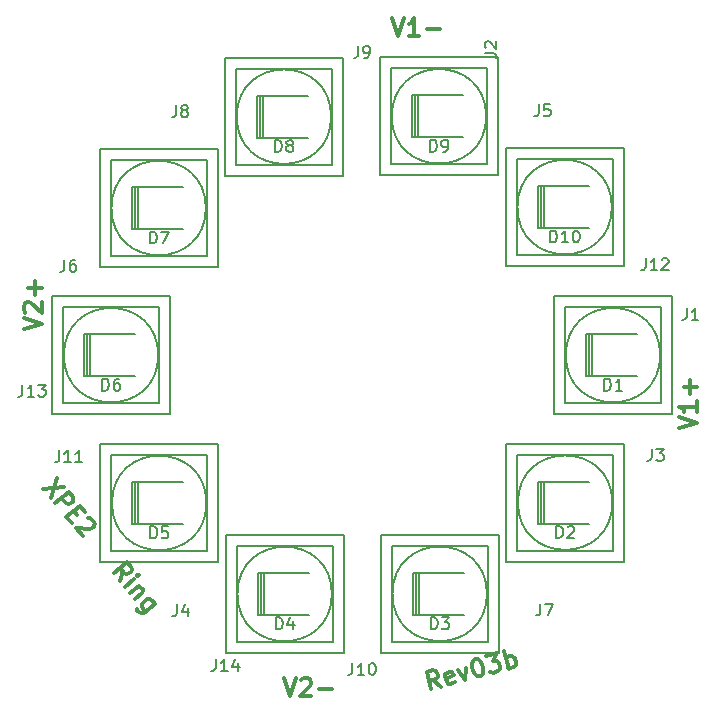
<source format=gbr>
G04 #@! TF.GenerationSoftware,KiCad,Pcbnew,(5.0.0)*
G04 #@! TF.CreationDate,2020-03-19T11:29:46-07:00*
G04 #@! TF.ProjectId,ring_illuminator,72696E675F696C6C756D696E61746F72,rev?*
G04 #@! TF.SameCoordinates,Original*
G04 #@! TF.FileFunction,Legend,Top*
G04 #@! TF.FilePolarity,Positive*
%FSLAX46Y46*%
G04 Gerber Fmt 4.6, Leading zero omitted, Abs format (unit mm)*
G04 Created by KiCad (PCBNEW (5.0.0)) date 03/19/20 11:29:46*
%MOMM*%
%LPD*%
G01*
G04 APERTURE LIST*
%ADD10C,0.300000*%
%ADD11C,0.150000*%
G04 APERTURE END LIST*
D10*
X2556142Y28507428D02*
X3056142Y27007428D01*
X3556142Y28507428D01*
X4841857Y27007428D02*
X3984714Y27007428D01*
X4413285Y27007428D02*
X4413285Y28507428D01*
X4270428Y28293142D01*
X4127571Y28150285D01*
X3984714Y28078857D01*
X5484714Y27578857D02*
X6627571Y27578857D01*
X26864571Y-6206857D02*
X28364571Y-5706857D01*
X26864571Y-5206857D01*
X28364571Y-3921142D02*
X28364571Y-4778285D01*
X28364571Y-4349714D02*
X26864571Y-4349714D01*
X27078857Y-4492571D01*
X27221714Y-4635428D01*
X27293142Y-4778285D01*
X27793142Y-3278285D02*
X27793142Y-2135428D01*
X28364571Y-2706857D02*
X27221714Y-2706857D01*
X-6587857Y-27372571D02*
X-6087857Y-28872571D01*
X-5587857Y-27372571D01*
X-5159285Y-27515428D02*
X-5087857Y-27444000D01*
X-4945000Y-27372571D01*
X-4587857Y-27372571D01*
X-4445000Y-27444000D01*
X-4373571Y-27515428D01*
X-4302142Y-27658285D01*
X-4302142Y-27801142D01*
X-4373571Y-28015428D01*
X-5230714Y-28872571D01*
X-4302142Y-28872571D01*
X-3659285Y-28301142D02*
X-2516428Y-28301142D01*
X-28634428Y2175142D02*
X-27134428Y2675142D01*
X-28634428Y3175142D01*
X-28491571Y3603714D02*
X-28563000Y3675142D01*
X-28634428Y3818000D01*
X-28634428Y4175142D01*
X-28563000Y4318000D01*
X-28491571Y4389428D01*
X-28348714Y4460857D01*
X-28205857Y4460857D01*
X-27991571Y4389428D01*
X-27134428Y3532285D01*
X-27134428Y4460857D01*
X-27705857Y5103714D02*
X-27705857Y6246571D01*
X-27134428Y5675142D02*
X-28277285Y5675142D01*
X6686839Y-28064932D02*
X6019005Y-27504395D01*
X5858902Y-28286777D02*
X5470674Y-26837888D01*
X6022631Y-26689992D01*
X6179108Y-26722012D01*
X6266590Y-26772520D01*
X6372558Y-26892022D01*
X6428020Y-27099006D01*
X6395999Y-27255483D01*
X6345491Y-27342965D01*
X6225989Y-27448933D01*
X5674031Y-27596830D01*
X7841261Y-27681657D02*
X7721759Y-27787626D01*
X7445780Y-27861574D01*
X7289304Y-27829554D01*
X7183335Y-27710051D01*
X7035438Y-27158094D01*
X7067459Y-27001617D01*
X7186961Y-26895649D01*
X7462940Y-26821700D01*
X7619417Y-26853721D01*
X7725385Y-26973223D01*
X7762360Y-27111212D01*
X7109387Y-27434073D01*
X8152887Y-26636829D02*
X8756680Y-27510320D01*
X8842834Y-26451959D01*
X9541361Y-25747151D02*
X9679350Y-25710177D01*
X9835827Y-25742197D01*
X9923309Y-25792705D01*
X10029278Y-25912207D01*
X10172221Y-26169699D01*
X10264656Y-26514673D01*
X10269610Y-26809138D01*
X10237589Y-26965615D01*
X10187081Y-27053097D01*
X10067579Y-27159065D01*
X9929590Y-27196040D01*
X9773113Y-27164019D01*
X9685631Y-27113511D01*
X9579663Y-26994009D01*
X9436720Y-26736517D01*
X9344284Y-26391544D01*
X9339331Y-26097078D01*
X9371351Y-25940602D01*
X9421859Y-25853120D01*
X9541361Y-25747151D01*
X10507287Y-25488332D02*
X11404218Y-25248000D01*
X11069152Y-25929367D01*
X11276136Y-25873906D01*
X11432612Y-25905926D01*
X11520094Y-25956434D01*
X11626063Y-26075936D01*
X11718498Y-26420910D01*
X11686478Y-26577386D01*
X11635970Y-26664868D01*
X11516468Y-26770837D01*
X11102500Y-26881759D01*
X10946023Y-26849739D01*
X10858541Y-26799231D01*
X12413399Y-26530505D02*
X12025170Y-25081616D01*
X12173067Y-25633574D02*
X12292569Y-25527605D01*
X12568548Y-25453657D01*
X12725025Y-25485677D01*
X12812506Y-25536185D01*
X12918475Y-25655687D01*
X13029398Y-26069655D01*
X12997377Y-26226132D01*
X12946869Y-26313614D01*
X12827367Y-26419583D01*
X12551388Y-26493531D01*
X12394912Y-26461510D01*
X-25853478Y-10375478D02*
X-26359758Y-12105704D01*
X-25210691Y-11141522D02*
X-27002545Y-11339659D01*
X-25992450Y-12543443D02*
X-24843384Y-11579262D01*
X-24476076Y-12017002D01*
X-24438967Y-12172350D01*
X-24447771Y-12272981D01*
X-24511293Y-12419525D01*
X-24675445Y-12557265D01*
X-24830793Y-12594375D01*
X-24931424Y-12585571D01*
X-25077969Y-12522049D01*
X-25445276Y-12084309D01*
X-24426377Y-13187463D02*
X-24104983Y-13570485D01*
X-24569135Y-14239685D02*
X-25028269Y-13692510D01*
X-23879202Y-12728329D01*
X-23420068Y-13275503D01*
X-23162196Y-13805070D02*
X-23061565Y-13813874D01*
X-22915021Y-13877395D01*
X-22685454Y-14150983D01*
X-22648344Y-14306331D01*
X-22657149Y-14406962D01*
X-22720670Y-14553506D01*
X-22830105Y-14645333D01*
X-23040171Y-14728356D01*
X-24247741Y-14622707D01*
X-23650867Y-15334034D01*
X-20482842Y-19109539D02*
X-20257061Y-18267382D01*
X-21033803Y-18452929D02*
X-19884736Y-17488748D01*
X-19517429Y-17926487D01*
X-19480320Y-18081836D01*
X-19489124Y-18182467D01*
X-19552645Y-18329011D01*
X-19716798Y-18466751D01*
X-19872146Y-18503860D01*
X-19972777Y-18495056D01*
X-20119321Y-18431535D01*
X-20486628Y-17993795D01*
X-20069622Y-19601996D02*
X-19303577Y-18959208D01*
X-18920555Y-18637814D02*
X-19021186Y-18629010D01*
X-19029990Y-18729641D01*
X-18929359Y-18738445D01*
X-18920555Y-18637814D01*
X-19029990Y-18729641D01*
X-18844443Y-19506383D02*
X-19610488Y-20149170D01*
X-18953878Y-19598210D02*
X-18853247Y-19607014D01*
X-18706703Y-19670535D01*
X-18568963Y-19834688D01*
X-18531853Y-19990036D01*
X-18595375Y-20136580D01*
X-19197267Y-20641628D01*
X-17558868Y-21038472D02*
X-18489065Y-21819000D01*
X-18644413Y-21856109D01*
X-18745044Y-21847305D01*
X-18891588Y-21783783D01*
X-19029328Y-21619631D01*
X-19066438Y-21464283D01*
X-18270195Y-21635346D02*
X-18416739Y-21571824D01*
X-18600393Y-21352955D01*
X-18637502Y-21197606D01*
X-18628698Y-21096975D01*
X-18565177Y-20950431D01*
X-18236872Y-20674951D01*
X-18081523Y-20637841D01*
X-17980893Y-20646645D01*
X-17834348Y-20710167D01*
X-17650695Y-20929037D01*
X-17613585Y-21084385D01*
D11*
G04 #@! TO.C,D4*
X-1547000Y-15216000D02*
X-1547000Y-25216000D01*
X-11547000Y-25216000D02*
X-11547000Y-15216000D01*
X-11547000Y-25216000D02*
X-1547000Y-25216000D01*
X-11547000Y-15216000D02*
X-1547000Y-15216000D01*
X-10611000Y-24280000D02*
X-10611000Y-16152000D01*
X-2483000Y-24280000D02*
X-10611000Y-24280000D01*
X-2483000Y-16152000D02*
X-2483000Y-24280000D01*
X-10611000Y-16152000D02*
X-2483000Y-16152000D01*
X-2547000Y-20216000D02*
G75*
G03X-2547000Y-20216000I-4000000J0D01*
G01*
X-8579000Y-21994000D02*
X-8579000Y-18438000D01*
X-8833000Y-21994000D02*
X-8325000Y-21994000D01*
X-8833000Y-18438000D02*
X-8833000Y-21994000D01*
X-8325000Y-18438000D02*
X-8833000Y-18438000D01*
X-8325000Y-18438000D02*
X-8325000Y-21994000D01*
X-4515000Y-21994000D02*
X-8325000Y-21994000D01*
X-8325000Y-18438000D02*
X-4515000Y-18438000D01*
G04 #@! TO.C,D9*
X11515000Y25227000D02*
X11515000Y15227000D01*
X1515000Y15227000D02*
X1515000Y25227000D01*
X1515000Y15227000D02*
X11515000Y15227000D01*
X1515000Y25227000D02*
X11515000Y25227000D01*
X2451000Y16163000D02*
X2451000Y24291000D01*
X10579000Y16163000D02*
X2451000Y16163000D01*
X10579000Y24291000D02*
X10579000Y16163000D01*
X2451000Y24291000D02*
X10579000Y24291000D01*
X10515000Y20227000D02*
G75*
G03X10515000Y20227000I-4000000J0D01*
G01*
X4483000Y18449000D02*
X4483000Y22005000D01*
X4229000Y18449000D02*
X4737000Y18449000D01*
X4229000Y22005000D02*
X4229000Y18449000D01*
X4737000Y22005000D02*
X4229000Y22005000D01*
X4737000Y22005000D02*
X4737000Y18449000D01*
X8547000Y18449000D02*
X4737000Y18449000D01*
X4737000Y22005000D02*
X8547000Y22005000D01*
G04 #@! TO.C,D8*
X-1612000Y25195000D02*
X-1612000Y15195000D01*
X-11612000Y15195000D02*
X-11612000Y25195000D01*
X-11612000Y15195000D02*
X-1612000Y15195000D01*
X-11612000Y25195000D02*
X-1612000Y25195000D01*
X-10676000Y16131000D02*
X-10676000Y24259000D01*
X-2548000Y16131000D02*
X-10676000Y16131000D01*
X-2548000Y24259000D02*
X-2548000Y16131000D01*
X-10676000Y24259000D02*
X-2548000Y24259000D01*
X-2612000Y20195000D02*
G75*
G03X-2612000Y20195000I-4000000J0D01*
G01*
X-8644000Y18417000D02*
X-8644000Y21973000D01*
X-8898000Y18417000D02*
X-8390000Y18417000D01*
X-8898000Y21973000D02*
X-8898000Y18417000D01*
X-8390000Y21973000D02*
X-8898000Y21973000D01*
X-8390000Y21973000D02*
X-8390000Y18417000D01*
X-4580000Y18417000D02*
X-8390000Y18417000D01*
X-8390000Y21973000D02*
X-4580000Y21973000D01*
G04 #@! TO.C,D3*
X11579000Y-15206000D02*
X11579000Y-25206000D01*
X1579000Y-25206000D02*
X1579000Y-15206000D01*
X1579000Y-25206000D02*
X11579000Y-25206000D01*
X1579000Y-15206000D02*
X11579000Y-15206000D01*
X2515000Y-24270000D02*
X2515000Y-16142000D01*
X10643000Y-24270000D02*
X2515000Y-24270000D01*
X10643000Y-16142000D02*
X10643000Y-24270000D01*
X2515000Y-16142000D02*
X10643000Y-16142000D01*
X10579000Y-20206000D02*
G75*
G03X10579000Y-20206000I-4000000J0D01*
G01*
X4547000Y-21984000D02*
X4547000Y-18428000D01*
X4293000Y-21984000D02*
X4801000Y-21984000D01*
X4293000Y-18428000D02*
X4293000Y-21984000D01*
X4801000Y-18428000D02*
X4293000Y-18428000D01*
X4801000Y-18428000D02*
X4801000Y-21984000D01*
X8611000Y-21984000D02*
X4801000Y-21984000D01*
X4801000Y-18428000D02*
X8611000Y-18428000D01*
G04 #@! TO.C,D2*
X22196000Y-7485000D02*
X22196000Y-17485000D01*
X12196000Y-17485000D02*
X12196000Y-7485000D01*
X12196000Y-17485000D02*
X22196000Y-17485000D01*
X12196000Y-7485000D02*
X22196000Y-7485000D01*
X13132000Y-16549000D02*
X13132000Y-8421000D01*
X21260000Y-16549000D02*
X13132000Y-16549000D01*
X21260000Y-8421000D02*
X21260000Y-16549000D01*
X13132000Y-8421000D02*
X21260000Y-8421000D01*
X21196000Y-12485000D02*
G75*
G03X21196000Y-12485000I-4000000J0D01*
G01*
X15164000Y-14263000D02*
X15164000Y-10707000D01*
X14910000Y-14263000D02*
X15418000Y-14263000D01*
X14910000Y-10707000D02*
X14910000Y-14263000D01*
X15418000Y-10707000D02*
X14910000Y-10707000D01*
X15418000Y-10707000D02*
X15418000Y-14263000D01*
X19228000Y-14263000D02*
X15418000Y-14263000D01*
X15418000Y-10707000D02*
X19228000Y-10707000D01*
G04 #@! TO.C,D1*
X26250000Y5000000D02*
X26250000Y-5000000D01*
X16250000Y-5000000D02*
X16250000Y5000000D01*
X16250000Y-5000000D02*
X26250000Y-5000000D01*
X16250000Y5000000D02*
X26250000Y5000000D01*
X17186000Y-4064000D02*
X17186000Y4064000D01*
X25314000Y-4064000D02*
X17186000Y-4064000D01*
X25314000Y4064000D02*
X25314000Y-4064000D01*
X17186000Y4064000D02*
X25314000Y4064000D01*
X25250000Y0D02*
G75*
G03X25250000Y0I-4000000J0D01*
G01*
X19218000Y-1778000D02*
X19218000Y1778000D01*
X18964000Y-1778000D02*
X19472000Y-1778000D01*
X18964000Y1778000D02*
X18964000Y-1778000D01*
X19472000Y1778000D02*
X18964000Y1778000D01*
X19472000Y1778000D02*
X19472000Y-1778000D01*
X23282000Y-1778000D02*
X19472000Y-1778000D01*
X19472000Y1778000D02*
X23282000Y1778000D01*
G04 #@! TO.C,D5*
X-12176000Y-7512000D02*
X-12176000Y-17512000D01*
X-22176000Y-17512000D02*
X-22176000Y-7512000D01*
X-22176000Y-17512000D02*
X-12176000Y-17512000D01*
X-22176000Y-7512000D02*
X-12176000Y-7512000D01*
X-21240000Y-16576000D02*
X-21240000Y-8448000D01*
X-13112000Y-16576000D02*
X-21240000Y-16576000D01*
X-13112000Y-8448000D02*
X-13112000Y-16576000D01*
X-21240000Y-8448000D02*
X-13112000Y-8448000D01*
X-13176000Y-12512000D02*
G75*
G03X-13176000Y-12512000I-4000000J0D01*
G01*
X-19208000Y-14290000D02*
X-19208000Y-10734000D01*
X-19462000Y-14290000D02*
X-18954000Y-14290000D01*
X-19462000Y-10734000D02*
X-19462000Y-14290000D01*
X-18954000Y-10734000D02*
X-19462000Y-10734000D01*
X-18954000Y-10734000D02*
X-18954000Y-14290000D01*
X-15144000Y-14290000D02*
X-18954000Y-14290000D01*
X-18954000Y-10734000D02*
X-15144000Y-10734000D01*
G04 #@! TO.C,D6*
X-16250000Y5000000D02*
X-16250000Y-5000000D01*
X-26250000Y-5000000D02*
X-26250000Y5000000D01*
X-26250000Y-5000000D02*
X-16250000Y-5000000D01*
X-26250000Y5000000D02*
X-16250000Y5000000D01*
X-25314000Y-4064000D02*
X-25314000Y4064000D01*
X-17186000Y-4064000D02*
X-25314000Y-4064000D01*
X-17186000Y4064000D02*
X-17186000Y-4064000D01*
X-25314000Y4064000D02*
X-17186000Y4064000D01*
X-17250000Y0D02*
G75*
G03X-17250000Y0I-4000000J0D01*
G01*
X-23282000Y-1778000D02*
X-23282000Y1778000D01*
X-23536000Y-1778000D02*
X-23028000Y-1778000D01*
X-23536000Y1778000D02*
X-23536000Y-1778000D01*
X-23028000Y1778000D02*
X-23536000Y1778000D01*
X-23028000Y1778000D02*
X-23028000Y-1778000D01*
X-19218000Y-1778000D02*
X-23028000Y-1778000D01*
X-23028000Y1778000D02*
X-19218000Y1778000D01*
G04 #@! TO.C,D7*
X-12216000Y17458000D02*
X-12216000Y7458000D01*
X-22216000Y7458000D02*
X-22216000Y17458000D01*
X-22216000Y7458000D02*
X-12216000Y7458000D01*
X-22216000Y17458000D02*
X-12216000Y17458000D01*
X-21280000Y8394000D02*
X-21280000Y16522000D01*
X-13152000Y8394000D02*
X-21280000Y8394000D01*
X-13152000Y16522000D02*
X-13152000Y8394000D01*
X-21280000Y16522000D02*
X-13152000Y16522000D01*
X-13216000Y12458000D02*
G75*
G03X-13216000Y12458000I-4000000J0D01*
G01*
X-19248000Y10680000D02*
X-19248000Y14236000D01*
X-19502000Y10680000D02*
X-18994000Y10680000D01*
X-19502000Y14236000D02*
X-19502000Y10680000D01*
X-18994000Y14236000D02*
X-19502000Y14236000D01*
X-18994000Y14236000D02*
X-18994000Y10680000D01*
X-15184000Y10680000D02*
X-18994000Y10680000D01*
X-18994000Y14236000D02*
X-15184000Y14236000D01*
G04 #@! TO.C,D10*
X22156000Y17540000D02*
X22156000Y7540000D01*
X12156000Y7540000D02*
X12156000Y17540000D01*
X12156000Y7540000D02*
X22156000Y7540000D01*
X12156000Y17540000D02*
X22156000Y17540000D01*
X13092000Y8476000D02*
X13092000Y16604000D01*
X21220000Y8476000D02*
X13092000Y8476000D01*
X21220000Y16604000D02*
X21220000Y8476000D01*
X13092000Y16604000D02*
X21220000Y16604000D01*
X21156000Y12540000D02*
G75*
G03X21156000Y12540000I-4000000J0D01*
G01*
X15124000Y10762000D02*
X15124000Y14318000D01*
X14870000Y10762000D02*
X15378000Y10762000D01*
X14870000Y14318000D02*
X14870000Y10762000D01*
X15378000Y14318000D02*
X14870000Y14318000D01*
X15378000Y14318000D02*
X15378000Y10762000D01*
X19188000Y10762000D02*
X15378000Y10762000D01*
X15378000Y14318000D02*
X19188000Y14318000D01*
G04 #@! TO.C,J14*
X-12366523Y-25741380D02*
X-12366523Y-26455666D01*
X-12414142Y-26598523D01*
X-12509380Y-26693761D01*
X-12652238Y-26741380D01*
X-12747476Y-26741380D01*
X-11366523Y-26741380D02*
X-11937952Y-26741380D01*
X-11652238Y-26741380D02*
X-11652238Y-25741380D01*
X-11747476Y-25884238D01*
X-11842714Y-25979476D01*
X-11937952Y-26027095D01*
X-10509380Y-26074714D02*
X-10509380Y-26741380D01*
X-10747476Y-25693761D02*
X-10985571Y-26408047D01*
X-10366523Y-26408047D01*
G04 #@! TO.C,J13*
X-28749523Y-2500380D02*
X-28749523Y-3214666D01*
X-28797142Y-3357523D01*
X-28892380Y-3452761D01*
X-29035238Y-3500380D01*
X-29130476Y-3500380D01*
X-27749523Y-3500380D02*
X-28320952Y-3500380D01*
X-28035238Y-3500380D02*
X-28035238Y-2500380D01*
X-28130476Y-2643238D01*
X-28225714Y-2738476D01*
X-28320952Y-2786095D01*
X-27416190Y-2500380D02*
X-26797142Y-2500380D01*
X-27130476Y-2881333D01*
X-26987619Y-2881333D01*
X-26892380Y-2928952D01*
X-26844761Y-2976571D01*
X-26797142Y-3071809D01*
X-26797142Y-3309904D01*
X-26844761Y-3405142D01*
X-26892380Y-3452761D01*
X-26987619Y-3500380D01*
X-27273333Y-3500380D01*
X-27368571Y-3452761D01*
X-27416190Y-3405142D01*
G04 #@! TO.C,J1*
X27479666Y3976619D02*
X27479666Y3262333D01*
X27432047Y3119476D01*
X27336809Y3024238D01*
X27193952Y2976619D01*
X27098714Y2976619D01*
X28479666Y2976619D02*
X27908238Y2976619D01*
X28193952Y2976619D02*
X28193952Y3976619D01*
X28098714Y3833761D01*
X28003476Y3738523D01*
X27908238Y3690904D01*
G04 #@! TO.C,J2*
X10374380Y25574666D02*
X11088666Y25574666D01*
X11231523Y25527047D01*
X11326761Y25431809D01*
X11374380Y25288952D01*
X11374380Y25193714D01*
X10469619Y26003238D02*
X10422000Y26050857D01*
X10374380Y26146095D01*
X10374380Y26384190D01*
X10422000Y26479428D01*
X10469619Y26527047D01*
X10564857Y26574666D01*
X10660095Y26574666D01*
X10802952Y26527047D01*
X11374380Y25955619D01*
X11374380Y26574666D01*
G04 #@! TO.C,D4*
X-7285095Y-23208380D02*
X-7285095Y-22208380D01*
X-7047000Y-22208380D01*
X-6904142Y-22256000D01*
X-6808904Y-22351238D01*
X-6761285Y-22446476D01*
X-6713666Y-22636952D01*
X-6713666Y-22779809D01*
X-6761285Y-22970285D01*
X-6808904Y-23065523D01*
X-6904142Y-23160761D01*
X-7047000Y-23208380D01*
X-7285095Y-23208380D01*
X-5856523Y-22541714D02*
X-5856523Y-23208380D01*
X-6094619Y-22160761D02*
X-6332714Y-22875047D01*
X-5713666Y-22875047D01*
G04 #@! TO.C,D9*
X5776904Y17234619D02*
X5776904Y18234619D01*
X6015000Y18234619D01*
X6157857Y18187000D01*
X6253095Y18091761D01*
X6300714Y17996523D01*
X6348333Y17806047D01*
X6348333Y17663190D01*
X6300714Y17472714D01*
X6253095Y17377476D01*
X6157857Y17282238D01*
X6015000Y17234619D01*
X5776904Y17234619D01*
X6824523Y17234619D02*
X7015000Y17234619D01*
X7110238Y17282238D01*
X7157857Y17329857D01*
X7253095Y17472714D01*
X7300714Y17663190D01*
X7300714Y18044142D01*
X7253095Y18139380D01*
X7205476Y18187000D01*
X7110238Y18234619D01*
X6919761Y18234619D01*
X6824523Y18187000D01*
X6776904Y18139380D01*
X6729285Y18044142D01*
X6729285Y17806047D01*
X6776904Y17710809D01*
X6824523Y17663190D01*
X6919761Y17615571D01*
X7110238Y17615571D01*
X7205476Y17663190D01*
X7253095Y17710809D01*
X7300714Y17806047D01*
G04 #@! TO.C,D8*
X-7350095Y17202619D02*
X-7350095Y18202619D01*
X-7112000Y18202619D01*
X-6969142Y18155000D01*
X-6873904Y18059761D01*
X-6826285Y17964523D01*
X-6778666Y17774047D01*
X-6778666Y17631190D01*
X-6826285Y17440714D01*
X-6873904Y17345476D01*
X-6969142Y17250238D01*
X-7112000Y17202619D01*
X-7350095Y17202619D01*
X-6207238Y17774047D02*
X-6302476Y17821666D01*
X-6350095Y17869285D01*
X-6397714Y17964523D01*
X-6397714Y18012142D01*
X-6350095Y18107380D01*
X-6302476Y18155000D01*
X-6207238Y18202619D01*
X-6016761Y18202619D01*
X-5921523Y18155000D01*
X-5873904Y18107380D01*
X-5826285Y18012142D01*
X-5826285Y17964523D01*
X-5873904Y17869285D01*
X-5921523Y17821666D01*
X-6016761Y17774047D01*
X-6207238Y17774047D01*
X-6302476Y17726428D01*
X-6350095Y17678809D01*
X-6397714Y17583571D01*
X-6397714Y17393095D01*
X-6350095Y17297857D01*
X-6302476Y17250238D01*
X-6207238Y17202619D01*
X-6016761Y17202619D01*
X-5921523Y17250238D01*
X-5873904Y17297857D01*
X-5826285Y17393095D01*
X-5826285Y17583571D01*
X-5873904Y17678809D01*
X-5921523Y17726428D01*
X-6016761Y17774047D01*
G04 #@! TO.C,D3*
X5840904Y-23198380D02*
X5840904Y-22198380D01*
X6079000Y-22198380D01*
X6221857Y-22246000D01*
X6317095Y-22341238D01*
X6364714Y-22436476D01*
X6412333Y-22626952D01*
X6412333Y-22769809D01*
X6364714Y-22960285D01*
X6317095Y-23055523D01*
X6221857Y-23150761D01*
X6079000Y-23198380D01*
X5840904Y-23198380D01*
X6745666Y-22198380D02*
X7364714Y-22198380D01*
X7031380Y-22579333D01*
X7174238Y-22579333D01*
X7269476Y-22626952D01*
X7317095Y-22674571D01*
X7364714Y-22769809D01*
X7364714Y-23007904D01*
X7317095Y-23103142D01*
X7269476Y-23150761D01*
X7174238Y-23198380D01*
X6888523Y-23198380D01*
X6793285Y-23150761D01*
X6745666Y-23103142D01*
G04 #@! TO.C,D2*
X16457904Y-15477380D02*
X16457904Y-14477380D01*
X16696000Y-14477380D01*
X16838857Y-14525000D01*
X16934095Y-14620238D01*
X16981714Y-14715476D01*
X17029333Y-14905952D01*
X17029333Y-15048809D01*
X16981714Y-15239285D01*
X16934095Y-15334523D01*
X16838857Y-15429761D01*
X16696000Y-15477380D01*
X16457904Y-15477380D01*
X17410285Y-14572619D02*
X17457904Y-14525000D01*
X17553142Y-14477380D01*
X17791238Y-14477380D01*
X17886476Y-14525000D01*
X17934095Y-14572619D01*
X17981714Y-14667857D01*
X17981714Y-14763095D01*
X17934095Y-14905952D01*
X17362666Y-15477380D01*
X17981714Y-15477380D01*
G04 #@! TO.C,D1*
X20511904Y-2992380D02*
X20511904Y-1992380D01*
X20750000Y-1992380D01*
X20892857Y-2040000D01*
X20988095Y-2135238D01*
X21035714Y-2230476D01*
X21083333Y-2420952D01*
X21083333Y-2563809D01*
X21035714Y-2754285D01*
X20988095Y-2849523D01*
X20892857Y-2944761D01*
X20750000Y-2992380D01*
X20511904Y-2992380D01*
X22035714Y-2992380D02*
X21464285Y-2992380D01*
X21750000Y-2992380D02*
X21750000Y-1992380D01*
X21654761Y-2135238D01*
X21559523Y-2230476D01*
X21464285Y-2278095D01*
G04 #@! TO.C,D5*
X-17914095Y-15504380D02*
X-17914095Y-14504380D01*
X-17676000Y-14504380D01*
X-17533142Y-14552000D01*
X-17437904Y-14647238D01*
X-17390285Y-14742476D01*
X-17342666Y-14932952D01*
X-17342666Y-15075809D01*
X-17390285Y-15266285D01*
X-17437904Y-15361523D01*
X-17533142Y-15456761D01*
X-17676000Y-15504380D01*
X-17914095Y-15504380D01*
X-16437904Y-14504380D02*
X-16914095Y-14504380D01*
X-16961714Y-14980571D01*
X-16914095Y-14932952D01*
X-16818857Y-14885333D01*
X-16580761Y-14885333D01*
X-16485523Y-14932952D01*
X-16437904Y-14980571D01*
X-16390285Y-15075809D01*
X-16390285Y-15313904D01*
X-16437904Y-15409142D01*
X-16485523Y-15456761D01*
X-16580761Y-15504380D01*
X-16818857Y-15504380D01*
X-16914095Y-15456761D01*
X-16961714Y-15409142D01*
G04 #@! TO.C,D6*
X-21988095Y-2992380D02*
X-21988095Y-1992380D01*
X-21750000Y-1992380D01*
X-21607142Y-2040000D01*
X-21511904Y-2135238D01*
X-21464285Y-2230476D01*
X-21416666Y-2420952D01*
X-21416666Y-2563809D01*
X-21464285Y-2754285D01*
X-21511904Y-2849523D01*
X-21607142Y-2944761D01*
X-21750000Y-2992380D01*
X-21988095Y-2992380D01*
X-20559523Y-1992380D02*
X-20750000Y-1992380D01*
X-20845238Y-2040000D01*
X-20892857Y-2087619D01*
X-20988095Y-2230476D01*
X-21035714Y-2420952D01*
X-21035714Y-2801904D01*
X-20988095Y-2897142D01*
X-20940476Y-2944761D01*
X-20845238Y-2992380D01*
X-20654761Y-2992380D01*
X-20559523Y-2944761D01*
X-20511904Y-2897142D01*
X-20464285Y-2801904D01*
X-20464285Y-2563809D01*
X-20511904Y-2468571D01*
X-20559523Y-2420952D01*
X-20654761Y-2373333D01*
X-20845238Y-2373333D01*
X-20940476Y-2420952D01*
X-20988095Y-2468571D01*
X-21035714Y-2563809D01*
G04 #@! TO.C,D7*
X-17954095Y9465619D02*
X-17954095Y10465619D01*
X-17716000Y10465619D01*
X-17573142Y10418000D01*
X-17477904Y10322761D01*
X-17430285Y10227523D01*
X-17382666Y10037047D01*
X-17382666Y9894190D01*
X-17430285Y9703714D01*
X-17477904Y9608476D01*
X-17573142Y9513238D01*
X-17716000Y9465619D01*
X-17954095Y9465619D01*
X-17049333Y10465619D02*
X-16382666Y10465619D01*
X-16811238Y9465619D01*
G04 #@! TO.C,D10*
X15941714Y9547619D02*
X15941714Y10547619D01*
X16179809Y10547619D01*
X16322666Y10500000D01*
X16417904Y10404761D01*
X16465523Y10309523D01*
X16513142Y10119047D01*
X16513142Y9976190D01*
X16465523Y9785714D01*
X16417904Y9690476D01*
X16322666Y9595238D01*
X16179809Y9547619D01*
X15941714Y9547619D01*
X17465523Y9547619D02*
X16894095Y9547619D01*
X17179809Y9547619D02*
X17179809Y10547619D01*
X17084571Y10404761D01*
X16989333Y10309523D01*
X16894095Y10261904D01*
X18084571Y10547619D02*
X18179809Y10547619D01*
X18275047Y10500000D01*
X18322666Y10452380D01*
X18370285Y10357142D01*
X18417904Y10166666D01*
X18417904Y9928571D01*
X18370285Y9738095D01*
X18322666Y9642857D01*
X18275047Y9595238D01*
X18179809Y9547619D01*
X18084571Y9547619D01*
X17989333Y9595238D01*
X17941714Y9642857D01*
X17894095Y9738095D01*
X17846476Y9928571D01*
X17846476Y10166666D01*
X17894095Y10357142D01*
X17941714Y10452380D01*
X17989333Y10500000D01*
X18084571Y10547619D01*
G04 #@! TO.C,J11*
X-25644523Y-8061380D02*
X-25644523Y-8775666D01*
X-25692142Y-8918523D01*
X-25787380Y-9013761D01*
X-25930238Y-9061380D01*
X-26025476Y-9061380D01*
X-24644523Y-9061380D02*
X-25215952Y-9061380D01*
X-24930238Y-9061380D02*
X-24930238Y-8061380D01*
X-25025476Y-8204238D01*
X-25120714Y-8299476D01*
X-25215952Y-8347095D01*
X-23692142Y-9061380D02*
X-24263571Y-9061380D01*
X-23977857Y-9061380D02*
X-23977857Y-8061380D01*
X-24073095Y-8204238D01*
X-24168333Y-8299476D01*
X-24263571Y-8347095D01*
G04 #@! TO.C,J10*
X-809523Y-26077380D02*
X-809523Y-26791666D01*
X-857142Y-26934523D01*
X-952380Y-27029761D01*
X-1095238Y-27077380D01*
X-1190476Y-27077380D01*
X190476Y-27077380D02*
X-380952Y-27077380D01*
X-95238Y-27077380D02*
X-95238Y-26077380D01*
X-190476Y-26220238D01*
X-285714Y-26315476D01*
X-380952Y-26363095D01*
X809523Y-26077380D02*
X904761Y-26077380D01*
X999999Y-26125000D01*
X1047619Y-26172619D01*
X1095238Y-26267857D01*
X1142857Y-26458333D01*
X1142857Y-26696428D01*
X1095238Y-26886904D01*
X1047619Y-26982142D01*
X999999Y-27029761D01*
X904761Y-27077380D01*
X809523Y-27077380D01*
X714285Y-27029761D01*
X666666Y-26982142D01*
X619047Y-26886904D01*
X571428Y-26696428D01*
X571428Y-26458333D01*
X619047Y-26267857D01*
X666666Y-26172619D01*
X714285Y-26125000D01*
X809523Y-26077380D01*
G04 #@! TO.C,J9*
X-333333Y26172619D02*
X-333333Y25458333D01*
X-380952Y25315476D01*
X-476190Y25220238D01*
X-619047Y25172619D01*
X-714285Y25172619D01*
X190476Y25172619D02*
X380952Y25172619D01*
X476190Y25220238D01*
X523809Y25267857D01*
X619047Y25410714D01*
X666666Y25601190D01*
X666666Y25982142D01*
X619047Y26077380D01*
X571428Y26125000D01*
X476190Y26172619D01*
X285714Y26172619D01*
X190476Y26125000D01*
X142857Y26077380D01*
X95238Y25982142D01*
X95238Y25744047D01*
X142857Y25648809D01*
X190476Y25601190D01*
X285714Y25553571D01*
X476190Y25553571D01*
X571428Y25601190D01*
X619047Y25648809D01*
X666666Y25744047D01*
G04 #@! TO.C,J8*
X-15733333Y21151619D02*
X-15733333Y20437333D01*
X-15780952Y20294476D01*
X-15876190Y20199238D01*
X-16019047Y20151619D01*
X-16114285Y20151619D01*
X-15114285Y20723047D02*
X-15209523Y20770666D01*
X-15257142Y20818285D01*
X-15304761Y20913523D01*
X-15304761Y20961142D01*
X-15257142Y21056380D01*
X-15209523Y21104000D01*
X-15114285Y21151619D01*
X-14923809Y21151619D01*
X-14828571Y21104000D01*
X-14780952Y21056380D01*
X-14733333Y20961142D01*
X-14733333Y20913523D01*
X-14780952Y20818285D01*
X-14828571Y20770666D01*
X-14923809Y20723047D01*
X-15114285Y20723047D01*
X-15209523Y20675428D01*
X-15257142Y20627809D01*
X-15304761Y20532571D01*
X-15304761Y20342095D01*
X-15257142Y20246857D01*
X-15209523Y20199238D01*
X-15114285Y20151619D01*
X-14923809Y20151619D01*
X-14828571Y20199238D01*
X-14780952Y20246857D01*
X-14733333Y20342095D01*
X-14733333Y20532571D01*
X-14780952Y20627809D01*
X-14828571Y20675428D01*
X-14923809Y20723047D01*
G04 #@! TO.C,J7*
X15099666Y-21031380D02*
X15099666Y-21745666D01*
X15052047Y-21888523D01*
X14956809Y-21983761D01*
X14813952Y-22031380D01*
X14718714Y-22031380D01*
X15480619Y-21031380D02*
X16147285Y-21031380D01*
X15718714Y-22031380D01*
G04 #@! TO.C,J6*
X-25193833Y8077119D02*
X-25193833Y7362833D01*
X-25241452Y7219976D01*
X-25336690Y7124738D01*
X-25479547Y7077119D01*
X-25574785Y7077119D01*
X-24289071Y8077119D02*
X-24479547Y8077119D01*
X-24574785Y8029500D01*
X-24622404Y7981880D01*
X-24717642Y7839023D01*
X-24765261Y7648547D01*
X-24765261Y7267595D01*
X-24717642Y7172357D01*
X-24670023Y7124738D01*
X-24574785Y7077119D01*
X-24384309Y7077119D01*
X-24289071Y7124738D01*
X-24241452Y7172357D01*
X-24193833Y7267595D01*
X-24193833Y7505690D01*
X-24241452Y7600928D01*
X-24289071Y7648547D01*
X-24384309Y7696166D01*
X-24574785Y7696166D01*
X-24670023Y7648547D01*
X-24717642Y7600928D01*
X-24765261Y7505690D01*
G04 #@! TO.C,J5*
X14965666Y21224619D02*
X14965666Y20510333D01*
X14918047Y20367476D01*
X14822809Y20272238D01*
X14679952Y20224619D01*
X14584714Y20224619D01*
X15918047Y21224619D02*
X15441857Y21224619D01*
X15394238Y20748428D01*
X15441857Y20796047D01*
X15537095Y20843666D01*
X15775190Y20843666D01*
X15870428Y20796047D01*
X15918047Y20748428D01*
X15965666Y20653190D01*
X15965666Y20415095D01*
X15918047Y20319857D01*
X15870428Y20272238D01*
X15775190Y20224619D01*
X15537095Y20224619D01*
X15441857Y20272238D01*
X15394238Y20319857D01*
G04 #@! TO.C,J4*
X-15665333Y-21105380D02*
X-15665333Y-21819666D01*
X-15712952Y-21962523D01*
X-15808190Y-22057761D01*
X-15951047Y-22105380D01*
X-16046285Y-22105380D01*
X-14760571Y-21438714D02*
X-14760571Y-22105380D01*
X-14998666Y-21057761D02*
X-15236761Y-21772047D01*
X-14617714Y-21772047D01*
G04 #@! TO.C,J3*
X24539666Y-7942380D02*
X24539666Y-8656666D01*
X24492047Y-8799523D01*
X24396809Y-8894761D01*
X24253952Y-8942380D01*
X24158714Y-8942380D01*
X24920619Y-7942380D02*
X25539666Y-7942380D01*
X25206333Y-8323333D01*
X25349190Y-8323333D01*
X25444428Y-8370952D01*
X25492047Y-8418571D01*
X25539666Y-8513809D01*
X25539666Y-8751904D01*
X25492047Y-8847142D01*
X25444428Y-8894761D01*
X25349190Y-8942380D01*
X25063476Y-8942380D01*
X24968238Y-8894761D01*
X24920619Y-8847142D01*
G04 #@! TO.C,J12*
X24011476Y8195619D02*
X24011476Y7481333D01*
X23963857Y7338476D01*
X23868619Y7243238D01*
X23725761Y7195619D01*
X23630523Y7195619D01*
X25011476Y7195619D02*
X24440047Y7195619D01*
X24725761Y7195619D02*
X24725761Y8195619D01*
X24630523Y8052761D01*
X24535285Y7957523D01*
X24440047Y7909904D01*
X25392428Y8100380D02*
X25440047Y8148000D01*
X25535285Y8195619D01*
X25773380Y8195619D01*
X25868619Y8148000D01*
X25916238Y8100380D01*
X25963857Y8005142D01*
X25963857Y7909904D01*
X25916238Y7767047D01*
X25344809Y7195619D01*
X25963857Y7195619D01*
G04 #@! TD*
M02*

</source>
